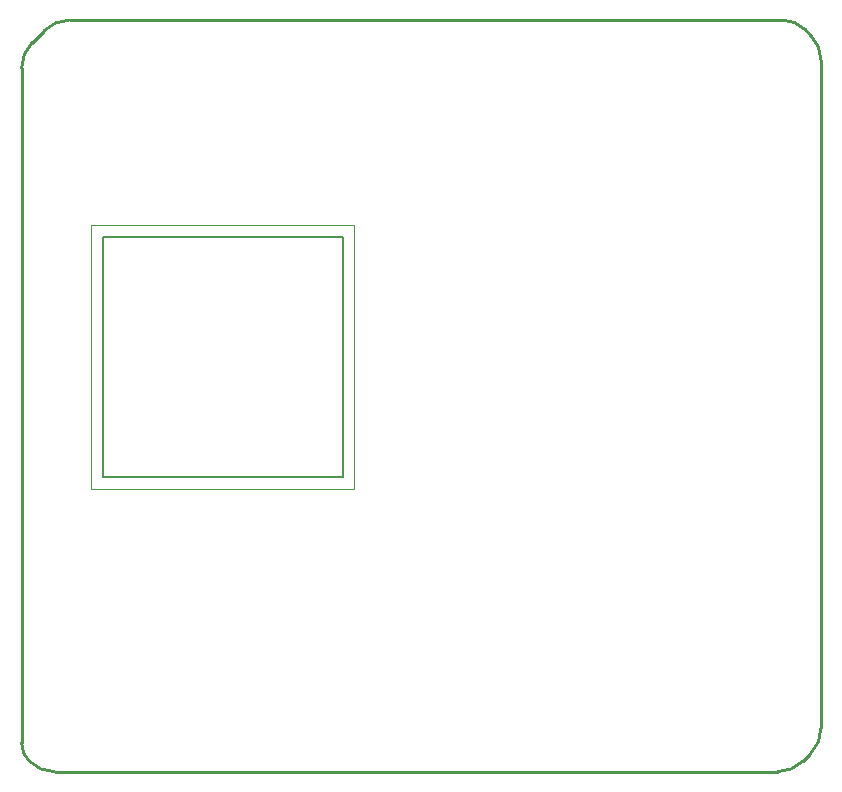
<source format=gm1>
G04 Layer_Color=16711935*
%FSLAX25Y25*%
%MOIN*%
G70*
G01*
G75*
%ADD14C,0.01000*%
%ADD15C,0.00787*%
%ADD16C,0.00394*%
D14*
X190500Y365500D02*
G03*
X181965Y361965I0J-12071D01*
G01*
X178035Y358035D02*
G03*
X174500Y349500I8535J-8535D01*
G01*
Y124485D02*
G03*
X176964Y118535I8414J0D01*
G01*
D02*
G03*
X185500Y115000I8535J8535D01*
G01*
X426500D02*
G03*
X435036Y118535I0J12071D01*
G01*
X437465Y120965D02*
G03*
X441000Y129500I-8535J8535D01*
G01*
Y352000D02*
G03*
X437465Y360536I-12071J0D01*
G01*
X435500Y362500D02*
G03*
X428257Y365500I-7243J-7243D01*
G01*
X190500D02*
X346500D01*
X178035Y358035D02*
X181965Y361965D01*
X174500Y124485D02*
Y349500D01*
X185500Y115000D02*
X426500D01*
X435036Y118535D02*
X437465Y120965D01*
X441000Y129500D02*
Y352000D01*
X435500Y362500D02*
X437465Y360536D01*
X346500Y365500D02*
X428257D01*
X190500D02*
G03*
X181965Y361965I0J-12071D01*
G01*
X178035Y358035D02*
G03*
X174500Y349500I8535J-8535D01*
G01*
Y124485D02*
G03*
X176964Y118535I8414J0D01*
G01*
D02*
G03*
X185500Y115000I8535J8535D01*
G01*
X426500D02*
G03*
X435036Y118535I0J12071D01*
G01*
X437465Y120965D02*
G03*
X441000Y129500I-8535J8535D01*
G01*
Y352000D02*
G03*
X437465Y360536I-12071J0D01*
G01*
X435500Y362500D02*
G03*
X428257Y365500I-7243J-7243D01*
G01*
X190500D02*
X346500D01*
X178035Y358035D02*
X181965Y361965D01*
X174500Y124485D02*
Y349500D01*
X185500Y115000D02*
X426500D01*
X435036Y118535D02*
X437465Y120965D01*
X441000Y129500D02*
Y352000D01*
X435500Y362500D02*
X437465Y360536D01*
X346500Y365500D02*
X428257D01*
D15*
X201500Y213222D02*
X281500D01*
Y293222D01*
X201500D02*
X281500D01*
X201500Y213222D02*
Y293222D01*
D16*
X197563Y209285D02*
X285437D01*
Y297160D01*
X197563D02*
X285437D01*
X197563Y209285D02*
Y297160D01*
M02*

</source>
